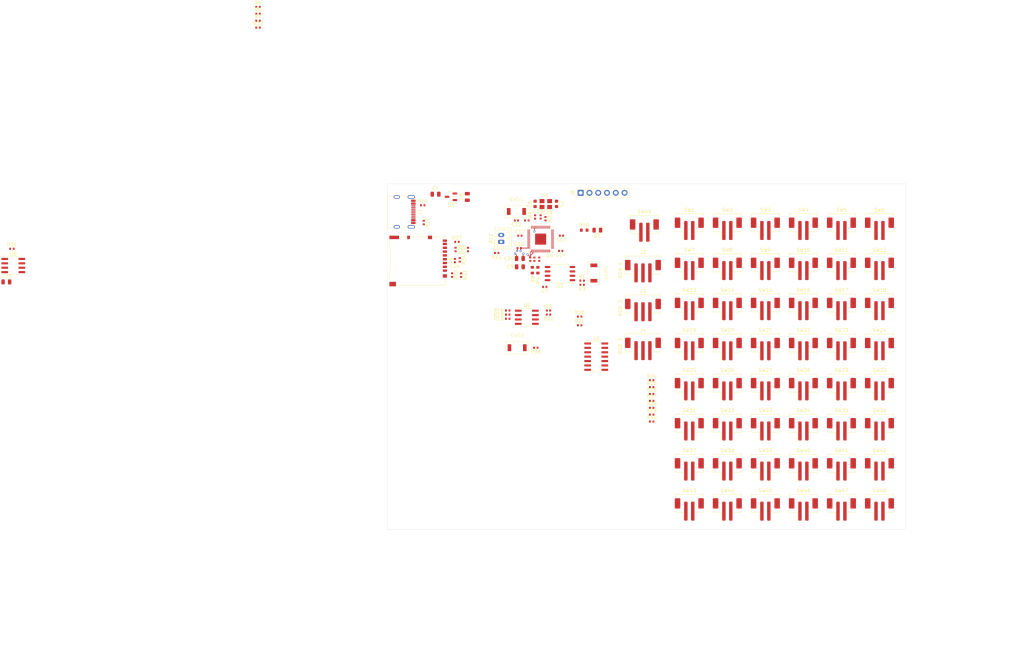
<source format=kicad_pcb>
(kicad_pcb (version 20240108) (generator "pcbnew") (generator_version "8.0")
  (layers (0 "F.Cu" signal) (1 "In1.Cu" signal) (2 "In2.Cu" signal) (31 "B.Cu" signal) (34 "B.Paste" user) (35 "F.Paste" user) (36 "B.SilkS" user "B.Silkscreen") (37 "F.SilkS" user "F.Silkscreen") (38 "B.Mask" user) (39 "F.Mask" user) (44 "Edge.Cuts" user))
  (net 0 "")
  (net 1 "GND")
  (net 2 "/RESET")
  (net 3 "+1V1")
  (net 4 "+5V")
  (net 5 "Net-(U4-XIN)")
  (net 6 "Net-(C6-Pad2)")
  (net 7 "/USB_D-")
  (net 9 "/USB_D+")
  (net 10 "Net-(D1-A)")
  (net 12 "Net-(J1-CC2)")
  (net 13 "Net-(J1-CC1)")
  (net 14 "/User Interface/RGB_1_BUF")
  (net 15 "/PHOTORESISTOR")
  (net 16 "/BUTTON")
  (net 17 "/User Interface/RGB_2_BUF")
  (net 18 "/User Interface/RGB_3_BUF")
  (net 19 "/SD_CS")
  (net 20 "Net-(J5-DAT1)")
  (net 21 "Net-(J5-DAT2)")
  (net 22 "/SPI_SCK")
  (net 23 "/EEPROM_WP")
  (net 24 "/SCL")
  (net 25 "/SDA")
  (net 26 "/QSPI_CS")
  (net 27 "/SPI_MISO")
  (net 28 "/SPI_MOSI")
  (net 29 "/VCC_(NC)")
  (net 30 "/UART_TX")
  (net 31 "/UART_RX")
  (net 32 "/RTX_(NC)")
  (net 33 "/CTS_(NC)")
  (net 34 "Net-(R1-Pad2)")
  (net 35 "Net-(U4-XOUT)")
  (net 36 "Net-(U4-USB_DP)")
  (net 39 "Net-(U2B-EN)")
  (net 40 "Net-(U2C-EN)")
  (net 41 "Net-(U4-USB_DM)")
  (net 42 "Net-(U4-GPIO4)")
  (net 43 "Net-(U5-A0)")
  (net 44 "Net-(U5-A1)")
  (net 45 "Net-(U5-A2)")
  (net 46 "Net-(U2A-EN)")
  (net 47 "/Button Matrix/C1")
  (net 48 "/Button Matrix/C2")
  (net 49 "/Button Matrix/C3")
  (net 50 "/Button Matrix/C4")
  (net 51 "/Button Matrix/C5")
  (net 52 "/Button Matrix/C6")
  (net 53 "/Button Matrix/C7")
  (net 54 "Net-(BT1-+)")
  (net 55 "/Button Matrix/R1")
  (net 57 "/Button Matrix/R2")
  (net 58 "/Button Matrix/R3")
  (net 59 "/Button Matrix/R4")
  (net 60 "+3V3")
  (net 61 "/Button Matrix/R5")
  (net 62 "/Button Matrix/R6")
  (net 63 "/Button Matrix/R7")
  (net 64 "/RGB_3")
  (net 65 "/RGB_2")
  (net 67 "/RGB_1")
  (net 68 "Net-(U3-CLK)")
  (net 69 "Net-(U3-DO(IO1))")
  (net 70 "Net-(U3-IO3)")
  (net 71 "Net-(U3-IO2)")
  (net 72 "Net-(U3-DI(IO0))")
  (net 75 "/RTC_INT")
  (net 76 "/BRIGHTNESS_POT")
  (net 77 "Net-(U6-OSCI)")
  (net 79 "Net-(U6-OSCO)")
  (footprint "Capacitor_SMD:C_0805_2012Metric" (layer "F.Cu") (at 151.8 65.8 90)
    (property "Reference" "C8")
    (property "Value" "1uF")
  )
  (footprint "Connector_JST:JST_PH_B2B-PH-SM4-TB_1x02-1MP_P2.00mm_Vertical" (layer "F.Cu") (at 249 98.194)
    (property "Reference" "SW16")
    (property "Value" "MATRIX")
  )
  (footprint "Package_SO:SOIC-8_3.9x4.9mm_P1.27mm" (layer "F.Cu") (at 20.475 85.635)
    (property "Reference" "U6")
    (property "Value" "PCF8523T")
  )
  (footprint "Connector_PinHeader_2.54mm:PinHeader_1x06_P2.54mm_Vertical" (layer "F.Cu") (at 184.58 64.6 90)
    (property "Reference" "J6")
    (property "Value" "Conn_01x06")
  )
  (footprint "Connector_JST:JST_PH_B2B-PH-SM4-TB_1x02-1MP_P2.00mm_Vertical" (layer "F.Cu") (at 203 75.5)
    (property "Reference" "SW49")
    (property "Value" "MATRIX")
  )
  (footprint "Resistor_SMD:R_0402_1005Metric" (layer "F.Cu") (at 138.89 68.2)
    (property "Reference" "R14")
    (property "Value" "5.1k")
  )
  (footprint "Resistor_SMD:R_0402_1005Metric" (layer "F.Cu") (at 185 91.2)
    (property "Reference" "R3")
    (property "Value" "10k")
  )
  (footprint "Resistor_SMD:R_0402_1005Metric" (layer "F.Cu") (at 184.29 100.4)
    (property "Reference" "R20")
    (property "Value" "5.1k")
  )
  (footprint "Resistor_SMD:R_0603_1608Metric" (layer "F.Cu") (at 185.6 75.4)
    (property "Reference" "R10")
    (property "Value" "330")
  )
  (footprint "Connector_USB:USB_C_Receptacle_G-Switch_GT-USB-7010ASV" (layer "F.Cu") (at 132.475 70.12 -90)
    (property "Reference" "J1")
    (property "Value" "USB_C_Receptacle_USB2.0_16P")
  )
  (footprint "Connector_JST:JST_PH_B2B-PH-SM4-TB_1x02-1MP_P2.00mm_Vertical" (layer "F.Cu") (at 271 109.791)
    (property "Reference" "SW24")
    (property "Value" "MATRIX")
  )
  (footprint "Resistor_SMD:R_0402_1005Metric" (layer "F.Cu") (at 91.265 12.845)
    (property "Reference" "R6")
    (property "Value" "5.1k")
  )
  (footprint "Connector_JST:JST_PH_B2B-PH-SM4-TB_1x02-1MP_P2.00mm_Vertical" (layer "F.Cu") (at 216 75)
    (property "Reference" "SW1")
    (property "Value" "MATRIX")
  )
  (footprint "Connector_JST:JST_PH_B2B-PH-SM4-TB_1x02-1MP_P2.00mm_Vertical" (layer "F.Cu") (at 260 132.985)
    (property "Reference" "SW35")
    (property "Value" "MATRIX")
  )
  (footprint "Connector_JST:JST_PH_B2B-PH-SM4-TB_1x02-1MP_P2.00mm_Vertical" (layer "F.Cu") (at 227 121.388)
    (property "Reference" "SW26")
    (property "Value" "MATRIX")
  )
  (footprint "Package_TO_SOT_SMD:SOT-23-3" (layer "F.Cu") (at 147.0625 65.75 180)
    (property "Reference" "U1")
    (property "Value" "XC6206PxxxMR")
  )
  (footprint "Capacitor_SMD:C_0402_1005Metric" (layer "F.Cu") (at 175.275 98.635)
    (property "Reference" "C21")
    (property "Value" "0.1uF")
  )
  (footprint "Capacitor_SMD:C_0402_1005Metric" (layer "F.Cu") (at 166 72.6 180)
    (property "Reference" "C12")
    (property "Value" "0.1uF")
  )
  (footprint "Connector_JST:JST_PH_B2B-PH-SM4-TB_1x02-1MP_P2.00mm_Vertical" (layer "F.Cu") (at 227 109.791)
    (property "Reference" "SW20")
    (property "Value" "MATRIX")
  )
  (footprint "Connector_JST:JST_PH_B2B-PH-SM4-TB_1x02-1MP_P2.00mm_Vertical" (layer "F.Cu") (at 249 144.582)
    (property "Reference" "SW40")
    (property "Value" "MATRIX")
  )
  (footprint "Capacitor_SMD:C_0402_1005Metric" (layer "F.Cu") (at 178.8 81.4 180)
    (property "Reference" "C14")
    (property "Value" "0.1uF")
  )
  (footprint "Connector_JST:JST_PH_B2B-PH-SM4-TB_1x02-1MP_P2.00mm_Vertical" (layer "F.Cu") (at 249 109.791)
    (property "Reference" "SW22")
    (property "Value" "MATRIX")
  )
  (footprint "Resistor_SMD:R_0402_1005Metric" (layer "F.Cu") (at 160.29 82)
    (property "Reference" "R11")
    (property "Value" "10k")
  )
  (footprint "Resistor_SMD:R_0402_1005Metric" (layer "F.Cu") (at 148.4 81 -90)
    (property "Reference" "R36")
    (property "Value" "5.1k")
  )
  (footprint "Connector_JST:JST_PH_B2B-PH-SM4-TB_1x02-1MP_P2.00mm_Vertical" (layer "F.Cu") (at 249 156.179)
    (property "Reference" "SW46")
    (property "Value" "MATRIX")
  )
  (footprint "Connector_Card:microSD_HC_Hirose_DM3AT-SF-PEJM5" (layer "F.Cu") (at 137.575 84.325 -90)
    (property "Reference" "J5")
    (property "Value" "Micro_SD_Card")
  )
  (footprint "Connector_JST:JST_PH_B2B-PH-SM4-TB_1x02-1MP_P2.00mm_Vertical" (layer "F.Cu") (at 260 75)
    (property "Reference" "SW5")
    (property "Value" "MATRIX")
  )
  (footprint "Connector_JST:JST_PH_B2B-PH-SM4-TB_1x02-1MP_P2.00mm_Vertical" (layer "F.Cu") (at 238 98.194)
    (property "Reference" "SW15")
    (property "Value" "MATRIX")
  )
  (footprint "Connector_JST:JST_PH_B2B-PH-SM4-TB_1x02-1MP_P2.00mm_Vertical" (layer "F.Cu") (at 227 144.582)
    (property "Reference" "SW38")
    (property "Value" "MATRIX")
  )
  (footprint "Connector_JST:JST_PH_B2B-PH-SM4-TB_1x02-1MP_P2.00mm_Vertical" (layer "F.Cu") (at 249 86.597)
    (property "Reference" "SW10")
    (property "Value" "MATRIX")
  )
  (footprint "Capacitor_SMD:C_0402_1005Metric" (layer "F.Cu") (at 174.2 91.8)
    (property "Reference" "C7")
    (property "Value" "0.1uF")
  )
  (footprint "Connector_JST:JST_PH_B2B-PH-SM4-TB_1x02-1MP_P2.00mm_Vertical" (layer "F.Cu") (at 271 156.179)
    (property "Reference" "SW48")
    (property "Value" "MATRIX")
  )
  (footprint "Connector_JST:JST_PH_B2B-PH-SM4-TB_1x02-1MP_P2.00mm_Vertical" (layer "F.Cu") (at 271 144.582)
    (property "Reference" "SW42")
    (property "Value" "MATRIX")
  )
  (footprint "Connector_JST:JST_PH_B2B-PH-SM4-TB_1x02-1MP_P2.00mm_Vertical" (layer "F.Cu") (at 260 121.388)
    (property "Reference" "SW29")
    (property "Value" "MATRIX")
  )
  (footprint "Resistor_SMD:R_0402_1005Metric" (layer "F.Cu") (at 20.09 80.8)
    (property "Reference" "R31")
    (property "Value" "1k")
  )
  (footprint "Capacitor_SMD:C_0805_2012Metric" (layer "F.Cu") (at 142.6 65)
    (property "Reference" "C1")
    (property "Value" "1uF")
  )
  (footprint "Connector_JST:JST_PH_B2B-PH-SM4-TB_1x02-1MP_P2.00mm_Vertical" (layer "F.Cu") (at 238 144.582)
    (property "Reference" "SW39")
    (property "Value" "MATRIX")
  )
  (footprint "Resistor_SMD:R_0603_1608Metric" (layer "F.Cu") (at 172.2 86.975 -90)
    (property "Reference" "R4")
    (property "Value" "27")
  )
  (footprint "Resistor_SMD:R_0402_1005Metric" (layer "F.Cu") (at 205.11 126.77)
    (property "Reference" "R28")
    (property "Value" "10k")
  )
  (footprint "Capacitor_SMD:C_0805_2012Metric" (layer "F.Cu") (at 167 83.6)
    (property "Reference" "C20")
    (property "Value" "1uF")
  )
  (footprint "Resistor_SMD:R_0402_1005Metric" (layer "F.Cu") (at 205.11 130.75)
    (property "Reference" "R30")
    (property "Value" "10k")
  )
  (footprint "Resistor_SMD:R_0402_1005Metric" (layer "F.Cu") (at 171.6 109.4 180)
    (property "Reference" "R38")
    (property "Value" "5.1k")
  )
  (footprint "Connector_JST:JST_PH_B2B-PH-SM4-TB_1x02-1MP_P2.00mm_Vertical" (layer "F.Cu") (at 260 144.582)
    (property "Reference" "SW41")
    (property "Value" "MATRIX")
  )
  (footprint "Resistor_SMD:R_0402_1005Metric" (layer "F.Cu") (at 148.8 78.8)
    (property "Reference" "R37")
    (property "Value" "5.1k")
  )
  (footprint "LED_SMD:LED_0805_2012Metric" (layer "F.Cu") (at 189.4 75.4 180)
    (property "Reference" "D1")
    (property "Value" "FOR_FUNSIES")
  )
  (footprint "Capacitor_SMD:C_0402_1005Metric" (layer "F.Cu") (at 173 71.575 -90)
    (property "Reference" "C18")
    (property "Value" "0.1uF")
  )
  (footprint "Package_SO:SOIC-14_3.9x8.7mm_P1.27mm" (layer "F.Cu") (at 189.075 111.99)
    (property "Reference" "U2")
    (property "Value" "74125")
  )
  (footprint "Resistor_SMD:R_0402_1005Metric" (layer "F.Cu") (at 152 81 90)
    (property "Reference" "R35")
    (property "Value" "5.1k")
  )
  (footprint "Connector_JST:JST_PH_B2B-PH-SM4-TB_1x02-1MP_P2.00mm_Vertical" (layer "F.Cu") (at 249 75)
    (property "Reference" "SW4")
    (property "Value" "MATRIX")
  )
  (footprint "Resistor_SMD:R_0402_1005Metric" (layer "F.Cu") (at 163.475 98.635)
    (property "Reference" "R16")
    (property "Value" "5.1k")
  )
  (footprint "Connector_JST:JST_PH_B2B-PH-SM4-TB_1x02-1MP_P2.00mm_Vertical" (layer "F.Cu") (at 227 86.597)
    (property "Reference" "SW8")
    (property "Value" "MATRIX")
  )
  (footprint "Connector_JST:JST_PH_B2B-PH-SM4-TB_1x02-1MP_P2.00mm_Vertical" (layer "F.Cu") (at 260 86.597)
    (property "Reference" "SW11")
    (property "Value" "MATRIX")
  )
  (footprint "Connector_JST:JST_PH_B2B-PH-SM4-TB_1x02-1MP_P2.00mm_Vertical" (layer "F.Cu") (at 216 132.985)
    (property "Reference" "SW31")
    (property "Value" "MATRIX")
  )
  (footprint "Package_DFN_QFN:QFN-56-1EP_7x7mm_P0.4mm_EP3.2x3.2mm" (layer "F.Cu") (at 173 78 180)
    (property "Reference" "U4")
    (property "Value" "RP2040")
  )
  (footprint "Resistor_SMD:R_0402_1005Metric" (layer "F.Cu") (at 163.475 101.035)
    (property "Reference" "R19")
    (property "Value" "5.1k")
  )
  (footprint "Resistor_SMD:R_0402_1005Metric" (layer "F.Cu") (at 205.11 122.79)
    (property "Reference" "R26")
    (property "Value" "10k")
  )
  (footprint "Connector_JST:JST_PH_B2B-PH-SM4-TB_1x02-1MP_P2.00mm_Vertical" (layer "F.Cu") (at 238 86.597)
    (property "Reference" "SW9")
    (property "Value" "MATRIX")
  )
  (footprint "Capacitor_SMD:C_0805_2012Metric" (layer "F.Cu") (at 167 86)
    (property "Reference" "C9")
    (property "Value" "1uF")
  )
  (footprint "Resistor_SMD:R_0402_1005Metric" (layer "F.Cu") (at 184.29 102.91)
    (property "Reference" "R21")
    (property "Value" "5.1k")
  )
  (footprint "cat:TS-1088-AR02016" (layer "F.Cu") (at 188.4 87.8 -90)
    (property "Reference" "SW50")
    (property "Value" "BOOTSEL")
  )
  (footprint "Connector_JST:JST_PH_B2B-PH-SM4-TB_1x02-1MP_P2.00mm_Vertical" (layer "F.Cu") (at 238 156.179)
    (property "Reference" "SW45")
    (property "Value" "MATRIX")
  )
  (footprint "Connector_JST:JST_PH_B2B-PH-SM4-TB_1x02-1MP_P2.00mm_Vertical" (layer "F.Cu") (at 216 156.179)
    (property "Reference" "SW43")
    (property "Value" "MATRIX")
  )
  (footprint "Capacitor_SMD:C_0402_1005Metric" (layer "F.Cu") (at 170 83.8 90)
    (property "Reference" "C19" (hide yes))
    (property "Value" "0.1uF")
  )
  (footprint "Resistor_SMD:R_0402_1005Metric" (layer "F.Cu") (at 91.265 14.835)
    (property "Reference" "R7")
    (property "Value" "5.1k")
  )
  (footprint "Capacitor_SMD:C_0402_1005Metric" (layer "F.Cu") (at 167 77)
    (property "Reference" "C17")
    (property "Value" "0.1uF")
  )
  (footprint "Resistor_SMD:R_0402_1005Metric" (layer "F.Cu") (at 175.275 99.835 180)
    (property "Reference" "R22")
    (property "Value" "10k")
  )
  (footprint "Connector_JST:JST_PH_B2B-PH-SM4-TB_1x02-1MP_P2.00mm_Vertical" (layer "F.Cu") (at 238 109.791)
    (property "Reference" "SW21")
    (property "Value" "MATRIX")
  )
  (footprint "Connector_JST:JST_PH_B2B-PH-SM4-TB_1x02-1MP_P2.00mm_Vertical" (layer "F.Cu") (at 260 109.791)
    (property "Reference" "SW23")
    (property "Value" "MATRIX")
  )
  (footprint "Connector_JST:JST_PH_B2B-PH-SM4-TB_1x02-1MP_P2.00mm_Vertical" (layer "F.Cu") (at 271 98.194)
    (property "Reference" "SW18")
    (property "Value" "MATRIX")
  )
  (footprint "Capacitor_SMD:C_0402_1005Metric" (layer "F.Cu") (at 179.025 77 180)
    (property "Reference" "C13")
    (property "Value" "0.1uF")
  )
  (footprint "Resistor_SMD:R_0402_1005Metric" (layer "F.Cu") (at 91.265 16.825)
    (property "Reference" "R23")
    (property "Value" "5.1k")
  )
  (footprint "Resistor_SMD:R_0402_1005Metric" (layer "F.Cu") (at 205.11 128.76)
    (property "Reference" "R29")
    (property "Value" "10k")
  )
  (footprint "Crystal:Crystal_SMD_Abracon_ABM8G-4Pin_3.2x2.5mm" (layer "F.Cu") (at 174.5 67.85)
    (property "Reference" "Y1")
    (property "Value" "12MHz")
  )
  (footprint "Connector_JST:JST_PH_B2B-PH-SM4-TB_1x02-1MP_P2.00mm_Vertical" (layer "F.Cu") (at 216 98.194)
    (property "Reference" "SW13")
    (property "Value" "MATRIX")
  )
  (footprint "Capacitor_SMD:C_0603_1608Metric" (layer "F.Cu") (at 177.6 67.8 90)
    (property "Reference" "C2")
    (property "Value" "15pF")
  )
  (footprint "Capacitor_SMD:C_0402_1005Metric" (layer "F.Cu") (at 171.4 71.6 -90)
    (property "Reference" "C10")
    (property "Value" "0.1uF")
  )
  (footprint "Connector_JST:JST_PH_B2B-PH-SM4-TB_1x02-1MP_P2.00mm_Vertical" (layer "F.Cu") (at 271 132.985)
    (property "Reference" "SW36")
    (property "Value" "MATRIX")
  )
  (footprint "Connector_JST:JST_PH_B2B-PH-SM4-TB_1x02-1MP_P2.00mm_Vertical" (layer "F.Cu") (at 249 132.985)
    (property "Reference" "SW34")
    (property "Value" "MATRIX")
  )
  (footprint "Connector_JST:JST_PH_B2B-PH-SM4-TB_1x02-1MP_P2.00mm_Vertical" (layer "F.Cu") (at 271 75)
    (property "Reference" "SW6")
    (property "Value" "MATRIX")
  )
  (footprint "Package_SO:SOIC-8_5.23x5.23mm_P1.27mm" (layer "F.Cu") (at 178.6 87.965 180)
    (property "Reference" "U3")
    (property "Value" "W25Q32JVSS")
  )
  (footprint "Resistor_SMD:R_0402_1005Metric" (layer "F.Cu") (at 150 88.4 -90)
    (property "Reference" "R33")
    (property "Value" "5.1k")
  )
  (footprint "Connector_JST:JST_PH_B2B-PH-SM4-TB_1x02-1MP_P2.00mm_Vertical" (layer "F.Cu") (at 227 156.179)
    (property "Reference" "SW44")
    (property "Value" "MATRIX")
  )
  (footprint "Resistor_SMD:R_0402_1005Metric" (layer "F.Cu") (at 139.2 73.2 -90)
    (property "Reference" "R15")
    (property "Value" "5.1k")
  )
  (footprint "Resistor_SMD:R_0402_1005Metric" (layer "F.Cu") (at 91.265 10.855)
    (property "Reference" "R5")
    (property "Value" "10k")
  )
  (footprint "Connector_JST:JST_PH_B2B-PH-SM4-TB_1x02-1MP_P2.00mm_Vertical" (layer "F.Cu") (at 260 98.194)
    (property "Reference" "SW17")
    (property "Value" "MATRIX")
  )
  (footprint "Connector_JST:JST_PH_B2B-PH-SM4-TB_1x02-1MP_P2.00mm_Vertical" (layer "F.Cu") (at 227 75)
    (property "Reference" "SW2")
    (property "Value" "MATRIX")
  )
  (footprint "Capacitor_SMD:C_0402_1005Metric" (layer "F.Cu") (at 171.2 83.8 90)
    (property "Reference" "C11" (hide yes))
    (property "Value" "0.1uF")
  )
  (footprint "Capacitor_SMD:C_0805_2012Metric" (layer "F.Cu") (at 18.475 90.365)
    (property "Reference" "C23")
    (property "Value" "1uF")
  )
  (footprint "Connector_JST:JST_PH_B2B-PH-SM4-TB_1x02-1MP_P2.00mm_Vertical" (layer "F.Cu") (at 227 98.194)
    (property "Reference" "SW14")
    (property "Value" "MATRIX")
  )
  (footprint "Connector_JST:JST_PH_B2B-PH-SM4-TB_1x02-1MP_P2.00mm_Vertical" (layer "F.Cu") (at 238 75)
    (property "Reference" "SW3")
    (property "Value" "MATRIX")
  )
  (footprint "cat:TS-1088-AR02016" (layer "F.Cu") (at 166.2 109.4)
    (property "Reference" "SW52")
    (property "Value" "User")
  )
  (footprint "Capacitor_SMD:C_0603_1608Metric" (layer "F.Cu") (at 171.4 67.8 -90)
    (property "Reference" "C6")
    (property "Value" "15pF")
  )
  (footprint "Capacitor_SMD:C_0402_1005Metric" (layer "F.Cu") (at 148.2 84.2 -90)
    (property "Reference" "C24")
    (property "Value" "0.1uF")
  )
  (footprint "Connector_JST:JST_PH_B2B-PH-SM4-TB_1x02-1MP_P2.00mm_Vertical" (layer "F.Cu") (at 238 132.985)
    (property "Reference" "SW33")
    (property "Value" "MATRIX")
  )
  (footprint "Connector_JST:JST_PH_B2B-PH-K_1x02_P2.00mm_Vertical" (layer "F.Cu") (at 161.6 78.8 90)
    (property "Reference" "R12")
    (property "Value" "R_Photo")
  )
  (footprint "Capacitor_SMD:C_0402_1005Metric" (layer "F.Cu") (at 172.6 83.8 90)
    (property "Reference" "C15" (hide yes))
    (property "Value" "0.1uF")
  )
  (footprint "Connector_JST:JST_PH_B3B-PH-SM4-TB_1x03-1MP_P2.00mm_Vertical" (layer "F.Cu") (at 202.6 109.75)
    (property "Reference" "J4")
    (property "Value" "RGB 3")
  )
  (footprint "Resistor_SMD:R_0402_1005Metric" (layer "F.Cu") (at 205.11 124.78)
    (property "Reference" "R27")
    (property "Value" "10k")
  )
  (footprint "Connector_JST:JST_PH_B2B-PH-SM4-TB_1x02-1MP_P2.00mm_Vertical" (layer "F.Cu") (at 249 121.388)
    (property "Reference" "SW28")
    (property "Value" "MATRIX")
  )
  (footprint "Resistor_SMD:R_0402_1005Metric" (layer "F.Cu") (at 205.11 118.81)
    (property "Reference" "R24")
    (property "Value" "10k")
  )
  (footprint "Resistor_SMD:R_0402_1005Metric" (layer "F.Cu") (at 149.6 84 90)
    (property "Reference" "R34")
    (property "Value" "5.1k")
  )
  (footprint "Connector_JST:JST_PH_B2B-PH-SM4-TB_1x02-1MP_P2.00mm_Vertical" (layer "F.Cu") (at 271 86.597)
    (property "Reference" "SW12")
    (property "Value" "MATRIX")
  )
  (footprint "Resistor_SMD:R_0402_1005Metric" (layer "F.Cu") (at 205.11 120.8)
    (property "Reference" "R25")
    (property "Value" "10k")
  )
  (footprint "Connector_JST:JST_PH_B2B-PH-SM4-TB_1x02-1MP_P2.00mm_Vertical" (layer "F.Cu") (at 216 109.791)
    (property "Reference" "SW19")
    (property "Value" "MATRIX")
  )
  (footprint "Connector_JST:JST_PH_B3B-PH-SM4-TB_1x03-1MP_P2.00mm_Vertical" (layer "F.Cu") (at 202.6 87.25)
    (property "Reference" "J2")
    (property "Value" "RGB 1")
  )
  (footprint "Connector_JST:JST_PH_B2B-PH-SM4-TB_1x02-1MP_P2.00mm_Vertical" (layer "F.Cu") (at 216 86.597)
    (property "Reference" "SW7")
    (property "Value" "MATRIX")
  )
  (footprint "Resistor_SMD:R_0402_1005Metric" (layer "F.Cu") (at 185 90)
    (property "Reference" "R1")
    (property "Value" "1k")
  )
  (footprint "Connector_JST:JST_PH_B3B-PH-SM4-TB_1x03-1MP_P2.00mm_Vertical" (layer "F.Cu") (at 202.6 98.5)
    (property "Reference" "J3")
    (property "Value" "RGB 2")
  )
  (footprint "Connector_JST:JST_PH_B2B-PH-SM4-TB_1x02-1MP_P2.00mm_Vertical" (layer "F.Cu") (at 216 121.388)
    (property "Reference" "SW25")
    (property "Value" "MATRIX")
  )
  (footprint "Resistor_SMD:R_0402_1005Metric" (layer "F.Cu") (at 147.4 88.4 -90)
    (property "Reference" "R32")
    (property "Value" "5.1k")
  )
  (footprint "Capacitor_SMD:C_0402_1005Metric" (layer "F.Cu") (at 166.8 80.6)
    (property "Reference" "C16")
    (property "Value" "0.1uF")
  )
  (footprint "Resistor_SMD:R_0402_1005Metric" (layer "F.Cu") (at 169 72.6)
    (property "Reference" "R9")
    (property "Value" "1k")
  )
  (footprint "Package_SO:SOIC-8_3.9x4.9mm_P1.27mm" (layer "F.Cu") (at 169 100.6)
    (property "Reference" "U5")
    (property "Value" "FM24C64B")
  )
  (footprint "Connector_JST:JST_PH_B2B-PH-SM4-TB_1x02-1MP_P2.00mm_Vertical" (layer "F.Cu") (at 216 144.582)
    (property "Reference" "SW37")
    (property "Value" "MATRIX")
  )
  (footprint "Resistor_SMD:R_0603_1608Metric" (layer "F.Cu") (at 170.6 86.975 -90)
    (property "Reference" "R8")
    (property "Value" "27")
  )
  (footprint "Resistor_SMD:R_0402_1005Metric" (layer "F.Cu") (at 163.475 99.835)
    (property "Reference" "R18")
    (property "Value" "5.1k")
  )
  (footprint "Connector_JST:JST_PH_B2B-PH-SM4-TB_1x02-1MP_P2.00mm_Vertical" (layer "F.Cu") (at 260 156.179)
    (property "Reference" "SW47")
    (property "Value" "MATRIX")
  )
  (footprint "cat:TS-1088-AR02016" (layer "F.Cu") (at 166 70)
    (property "Reference" "SW51")
    (property "Value" "RST")
  )
  (footprint "Resistor_SMD:R_0402_1005Metric" (layer "F.Cu") (at 174.4 72.09 -90)
    (property "Reference" "R2")
    (property "Value" "1k")
  )
  (footprint "Connector_JST:JST_PH_B2B-PH-SM4-TB_1x02-1MP_P2.00mm_Vertical" (layer "F.Cu") (at 238 121.388)
    (property "Reference" "SW27")
    (property "Value" "MATRIX")
  )
  (footprint "Connector_JST:JST_PH_B2B-PH-SM4-TB_1x02-1MP_P2.00mm_Vertical" (layer "F.Cu") (at 271 121.388)
    (property "Reference" "SW30")
    (property "Value" "MATRIX")
  )
  (footprint "Connector_JST:JST_PH_B2B-PH-SM4-TB_1x02-1MP_P2.00mm_Vertical" (layer "F.Cu") (at 227 132.985)
    (property "Reference" "SW32")
    (property "Value" "MATRIX")
  )
  (gr_rect (start 128.6 62) (end 278.6 162) (stroke (width 0.05)) (fill none) (layer "Edge.Cuts"))
  (segment (start 166.32 81.28) (end 166.2 81.4) (width 0.2) (layer "F.Cu") (net 1))
  (segment (start 166.32 80.6) (end 166.32 81.28) (width 0.2) (layer "F.Cu") (net 1))
  (segment (start 166.05 83.6) (end 166.05 82.65) (width 0.2) (layer "F.Cu") (net 1))
  (segment (start 166.05 82.65) (end 165.6 82.2) (width 0.2) (layer "F.Cu") (net 1))
  (via (at 166.2 81.4) (size 0.6) (drill 0.3) (layers "F.Cu" "B.Cu") (net 1))
  (via (at 165.6 82.2) (size 0.6) (drill 0.3) (layers "F.Cu" "B.Cu") (net 1))
  (segment (start 171.2 74.5625) (end 171.2 75.8) (width 0.2) (layer "F.Cu") (net 2))
  (via (at 171.2 75.8) (size 0.6) (drill 0.3) (layers "F.Cu" "B.Cu") (net 2))
  (segment (start 170.8 81.4375) (end 170.8 82) (width 0.2) (layer "F.Cu") (net 60))
  (segment (start 170 83.32) (end 170 83.2) (width 0.2) (layer "F.Cu") (net 60))
  (segment (start 170 82.8) (end 170 81.8375) (width 0.2) (layer "F.Cu") (net 60))
  (segment (start 167.95 83.6) (end 167.95 82.25) (width 0.2) (layer "F.Cu") (net 60))
  (segment (start 167.28 80.6) (end 169.5625 80.6) (width 0.2) (layer "F.Cu") (net 60))
  (segment (start 167.28 81.32) (end 167.2 81.4) (width 0.2) (layer "F.Cu") (net 60))
  (segment (start 167.95 82.25) (end 168 82.2) (width 0.2) (layer "F.Cu") (net 60))
  (segment (start 170.8 82) (end 170 82.8) (width 0.2) (layer "F.Cu") (net 60))
  (segment (start 170 83.2) (end 169.2 82.4) (width 0.2) (layer "F.Cu") (net 60))
  (segment (start 170 81.8375) (end 170.4 81.4375) (width 0.2) (layer "F.Cu") (net 60))
  (segment (start 167.28 80.6) (end 167.28 81.32) (width 0.2) (layer "F.Cu") (net 60))
  (segment (start 170 83.32) (end 170 82.8) (width 0.2) (layer "F.Cu") (net 60))
  (via (at 169.2 82.4) (size 0.6) (drill 0.3) (layers "F.Cu" "B.Cu") (net 60))
  (via (at 167.2 81.4) (size 0.6) (drill 0.3) (layers "F.Cu" "B.Cu") (net 60))
  (via (at 168 82.2) (size 0.6) (drill 0.3) (layers "F.Cu" "B.Cu") (net 60))
)
</source>
